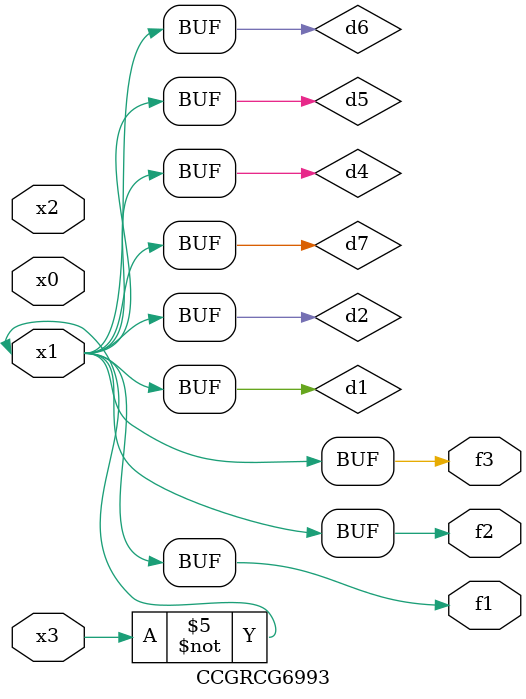
<source format=v>
module CCGRCG6993(
	input x0, x1, x2, x3,
	output f1, f2, f3
);

	wire d1, d2, d3, d4, d5, d6, d7;

	not (d1, x3);
	buf (d2, x1);
	xnor (d3, d1, d2);
	nor (d4, d1);
	buf (d5, d1, d2);
	buf (d6, d4, d5);
	nand (d7, d4);
	assign f1 = d6;
	assign f2 = d7;
	assign f3 = d6;
endmodule

</source>
